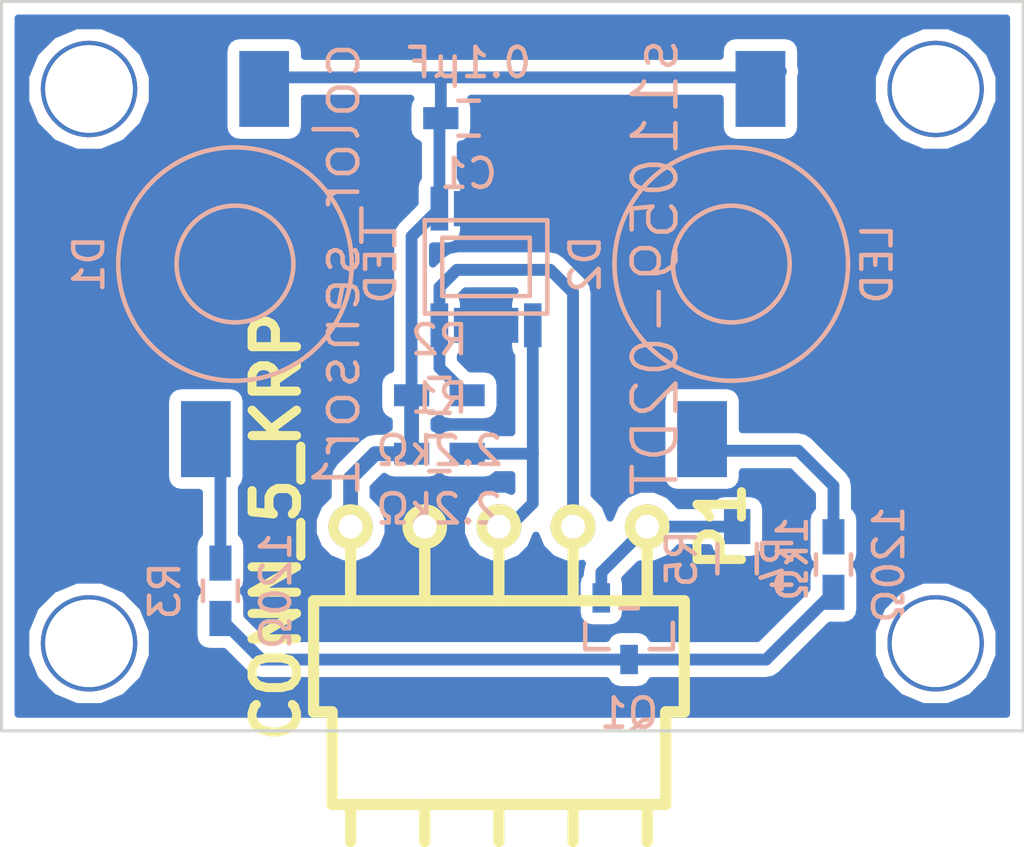
<source format=kicad_pcb>
(kicad_pcb (version 4) (host pcbnew "(2015-01-16 BZR 5376)-product")

  (general
    (links 60)
    (no_connects 4)
    (area 92.445999 58.445999 166.554002 141.239501)
    (thickness 1.6)
    (drawings 8)
    (tracks 100)
    (zones 0)
    (modules 22)
    (nets 9)
  )

  (page A4)
  (layers
    (0 F.Cu signal)
    (31 B.Cu signal)
    (32 B.Adhes user)
    (33 F.Adhes user)
    (34 B.Paste user)
    (35 F.Paste user)
    (36 B.SilkS user)
    (37 F.SilkS user)
    (38 B.Mask user)
    (39 F.Mask user)
    (40 Dwgs.User user)
    (41 Cmts.User user)
    (42 Eco1.User user)
    (43 Eco2.User user)
    (44 Edge.Cuts user)
    (45 Margin user)
    (46 B.CrtYd user)
    (47 F.CrtYd user)
    (48 B.Fab user)
    (49 F.Fab user)
  )

  (setup
    (last_trace_width 0.254)
    (user_trace_width 0.4)
    (user_trace_width 0.5)
    (trace_clearance 0.254)
    (zone_clearance 0.4)
    (zone_45_only no)
    (trace_min 0.254)
    (segment_width 0.2)
    (edge_width 0.1)
    (via_size 0.889)
    (via_drill 0.635)
    (via_min_size 0.889)
    (via_min_drill 0.508)
    (user_via 3.3 3)
    (uvia_size 0.508)
    (uvia_drill 0.127)
    (uvias_allowed no)
    (uvia_min_size 0.508)
    (uvia_min_drill 0.127)
    (pcb_text_width 0.3)
    (pcb_text_size 1.5 1.5)
    (mod_edge_width 0.15)
    (mod_text_size 1 1)
    (mod_text_width 0.15)
    (pad_size 1.2 0.6)
    (pad_drill 0)
    (pad_to_mask_clearance 0)
    (aux_axis_origin 0 0)
    (visible_elements 7FFFFFFF)
    (pcbplotparams
      (layerselection 0x00030_80000001)
      (usegerberextensions false)
      (excludeedgelayer true)
      (linewidth 0.100000)
      (plotframeref false)
      (viasonmask false)
      (mode 1)
      (useauxorigin false)
      (hpglpennumber 1)
      (hpglpenspeed 20)
      (hpglpendiameter 15)
      (hpglpenoverlay 2)
      (psnegative false)
      (psa4output false)
      (plotreference true)
      (plotvalue true)
      (plotinvisibletext false)
      (padsonsilk false)
      (subtractmaskfromsilk false)
      (outputformat 1)
      (mirror false)
      (drillshape 1)
      (scaleselection 1)
      (outputdirectory ""))
  )

  (net 0 "")
  (net 1 +3V3)
  (net 2 GND)
  (net 3 SCL)
  (net 4 SDA)
  (net 5 "Net-(D1-Pad1)")
  (net 6 "Net-(D2-Pad1)")
  (net 7 LED)
  (net 8 "Net-(Q1-Pad3)")

  (net_class Default "これは標準のネット クラスです。"
    (clearance 0.254)
    (trace_width 0.254)
    (via_dia 0.889)
    (via_drill 0.635)
    (uvia_dia 0.508)
    (uvia_drill 0.127)
    (add_net +3V3)
    (add_net GND)
    (add_net LED)
    (add_net "Net-(D1-Pad1)")
    (add_net "Net-(D2-Pad1)")
    (add_net "Net-(Q1-Pad3)")
    (add_net SCL)
    (add_net SDA)
  )

  (net_class スペーサ ""
    (clearance 0.254)
    (trace_width 0.254)
    (via_dia 3.3)
    (via_drill 0.635)
    (uvia_dia 0.508)
    (uvia_drill 0.127)
  )

  (module user_IC:LED_SMD (layer B.Cu) (tedit 567D532F) (tstamp 567D5676)
    (at 155 94 270)
    (path /56760418)
    (fp_text reference D2 (at 0 5 270) (layer B.SilkS)
      (effects (font (size 1 1) (thickness 0.15)) (justify mirror))
    )
    (fp_text value LED (at 0 -5 270) (layer B.SilkS)
      (effects (font (size 1 1) (thickness 0.15)) (justify mirror))
    )
    (fp_circle (center 0 0) (end -2 0) (layer B.SilkS) (width 0.15))
    (fp_circle (center 0 0) (end -4 0) (layer B.SilkS) (width 0.15))
    (pad 2 smd rect (at -6 -1 270) (size 2.6 1.7) (layers B.Cu B.Paste B.Mask)
      (net 1 +3V3))
    (pad 1 smd rect (at 6 1 270) (size 2.6 1.7) (layers B.Cu B.Paste B.Mask)
      (net 6 "Net-(D2-Pad1)"))
  )

  (module user_IC:LED_SMD (layer B.Cu) (tedit 567D532F) (tstamp 567D566F)
    (at 138 94 270)
    (path /567601DB)
    (fp_text reference D1 (at 0 5 270) (layer B.SilkS)
      (effects (font (size 1 1) (thickness 0.15)) (justify mirror))
    )
    (fp_text value LED (at 0 -5 270) (layer B.SilkS)
      (effects (font (size 1 1) (thickness 0.15)) (justify mirror))
    )
    (fp_circle (center 0 0) (end -2 0) (layer B.SilkS) (width 0.15))
    (fp_circle (center 0 0) (end -4 0) (layer B.SilkS) (width 0.15))
    (pad 2 smd rect (at -6 -1 270) (size 2.6 1.7) (layers B.Cu B.Paste B.Mask)
      (net 1 +3V3))
    (pad 1 smd rect (at 6 1 270) (size 2.6 1.7) (layers B.Cu B.Paste B.Mask)
      (net 5 "Net-(D1-Pad1)"))
  )

  (module user_IC:S11059-02DT (layer B.Cu) (tedit 567D4847) (tstamp 567D565A)
    (at 146.6 94.1 270)
    (path /5674E2CB)
    (fp_text reference color_sensor1 (at 0.1 5.1 270) (layer B.SilkS)
      (effects (font (size 1.5 1.5) (thickness 0.15)) (justify mirror))
    )
    (fp_text value s11059-02DT (at 0 -5.8 270) (layer B.SilkS)
      (effects (font (size 1.5 1.5) (thickness 0.15)) (justify mirror))
    )
    (fp_line (start -1 1.5) (end 1 1.5) (layer B.SilkS) (width 0.15))
    (fp_line (start 1 1.5) (end 1 -1.5) (layer B.SilkS) (width 0.15))
    (fp_line (start 1 -1.5) (end -1 -1.5) (layer B.SilkS) (width 0.15))
    (fp_line (start -1 -1.5) (end -1 1.5) (layer B.SilkS) (width 0.15))
    (fp_line (start -1.6 -2.1) (end 1.6 -2.1) (layer B.SilkS) (width 0.15))
    (fp_line (start -1.6 2.1) (end -1.6 -2.1) (layer B.SilkS) (width 0.15))
    (fp_line (start 1.6 2.1) (end 1.6 -2.1) (layer B.SilkS) (width 0.15))
    (fp_line (start -1.6 2.1) (end 1.6 2.1) (layer B.SilkS) (width 0.15))
    (pad 3 smd rect (at -2 0 270) (size 1.2 0.6) (layers B.Cu B.Paste B.Mask)
      (net 2 GND))
    (pad 2 smd rect (at -2 0.8 270) (size 1.2 0.6) (layers B.Cu B.Paste B.Mask)
      (net 2 GND))
    (pad 1 smd rect (at -2 1.6 270) (size 1.5 0.6) (layers B.Cu B.Paste B.Mask)
      (net 1 +3V3) (zone_connect 2))
    (pad 4 smd rect (at -2 -0.8 270) (size 1.2 0.6) (layers B.Cu B.Paste B.Mask)
      (net 2 GND))
    (pad 5 smd rect (at -2 -1.6 270) (size 1.5 0.6) (layers B.Cu B.Paste B.Mask)
      (net 2 GND))
    (pad 6 smd rect (at 2 1.6 270) (size 1.5 0.6) (layers B.Cu B.Paste B.Mask)
      (net 3 SCL))
    (pad 7 smd rect (at 2 0.8 270) (size 1.2 0.6) (layers B.Cu B.Paste B.Mask)
      (net 2 GND))
    (pad 8 smd rect (at 2 0 270) (size 1.2 0.6) (layers B.Cu B.Paste B.Mask)
      (net 2 GND))
    (pad 9 smd rect (at 2 -0.8 270) (size 1.2 0.6) (layers B.Cu B.Paste B.Mask)
      (net 2 GND))
    (pad 10 smd rect (at 2 -1.6 270) (size 1.5 0.6) (layers B.Cu B.Paste B.Mask)
      (net 4 SDA))
  )

  (module Resistors_SMD:R_0603_HandSoldering (layer B.Cu) (tedit 5418A00F) (tstamp 567D564F)
    (at 155.2 104.1 270)
    (descr "Resistor SMD 0603, hand soldering")
    (tags "resistor 0603")
    (path /567D3846)
    (attr smd)
    (fp_text reference R5 (at 0 1.9 270) (layer B.SilkS)
      (effects (font (size 1 1) (thickness 0.15)) (justify mirror))
    )
    (fp_text value 1kΩ (at 0 -1.9 270) (layer B.SilkS)
      (effects (font (size 1 1) (thickness 0.15)) (justify mirror))
    )
    (fp_line (start -2 0.8) (end 2 0.8) (layer B.CrtYd) (width 0.05))
    (fp_line (start -2 -0.8) (end 2 -0.8) (layer B.CrtYd) (width 0.05))
    (fp_line (start -2 0.8) (end -2 -0.8) (layer B.CrtYd) (width 0.05))
    (fp_line (start 2 0.8) (end 2 -0.8) (layer B.CrtYd) (width 0.05))
    (fp_line (start 0.5 -0.675) (end -0.5 -0.675) (layer B.SilkS) (width 0.15))
    (fp_line (start -0.5 0.675) (end 0.5 0.675) (layer B.SilkS) (width 0.15))
    (pad 1 smd rect (at -1.1 0 270) (size 1.2 0.9) (layers B.Cu B.Paste B.Mask)
      (net 7 LED))
    (pad 2 smd rect (at 1.1 0 270) (size 1.2 0.9) (layers B.Cu B.Paste B.Mask)
      (net 2 GND))
    (model Resistors_SMD/R_0603_HandSoldering.wrl
      (at (xyz 0 0 0))
      (scale (xyz 1 1 1))
      (rotate (xyz 0 0 0))
    )
  )

  (module user_IC:sot23_a (layer B.Cu) (tedit 56778BC6) (tstamp 567D5644)
    (at 151.5 106.5)
    (descr SOT23)
    (path /567791C1)
    (attr smd)
    (fp_text reference Q1 (at 0 2.9) (layer B.SilkS)
      (effects (font (size 1 1) (thickness 0.15)) (justify mirror))
    )
    (fp_text value Q_NMOS_GSD (at 0 -2.6) (layer B.SilkS) hide
      (effects (font (size 1 1) (thickness 0.15)) (justify mirror))
    )
    (fp_line (start -1.5 -0.2) (end -1.5 0.7) (layer B.SilkS) (width 0.15))
    (fp_line (start -1.5 0.7) (end -0.7 0.7) (layer B.SilkS) (width 0.15))
    (fp_line (start 1.5 -0.2) (end 1.5 0.7) (layer B.SilkS) (width 0.15))
    (fp_line (start 1.5 0.7) (end 0.7 0.7) (layer B.SilkS) (width 0.15))
    (fp_line (start 0.3 -0.7) (end -0.3 -0.7) (layer B.SilkS) (width 0.15))
    (pad 1 smd rect (at -0.9525 -1.05664) (size 0.59944 1.00076) (layers B.Cu B.Paste B.Mask)
      (net 7 LED))
    (pad 3 smd rect (at 0 1.05664) (size 0.59944 1.00076) (layers B.Cu B.Paste B.Mask)
      (net 8 "Net-(Q1-Pad3)"))
    (pad 2 smd rect (at 0.9525 -1.05664) (size 0.59944 1.00076) (layers B.Cu B.Paste B.Mask)
      (net 2 GND))
    (model Transistors_SMD/sot23.wrl
      (at (xyz 0 0 0))
      (scale (xyz 1 1 1))
      (rotate (xyz 0 0 0))
    )
  )

  (module KRL_CONN:white_L_conn_5 (layer F.Cu) (tedit 52B63D9A) (tstamp 567D5629)
    (at 144.5 103 270)
    (path /56778473)
    (fp_text reference P1 (at 0 -10.16 270) (layer F.SilkS)
      (effects (font (thickness 0.3048)))
    )
    (fp_text value CONN_5_KRP (at 0 5.08 270) (layer F.SilkS)
      (effects (font (thickness 0.3048)))
    )
    (fp_line (start 9.525 -7.62) (end 10.795 -7.62) (layer F.SilkS) (width 0.381))
    (fp_line (start 9.525 -5.08) (end 10.795 -5.08) (layer F.SilkS) (width 0.381))
    (fp_line (start 0 -7.62) (end 2.54 -7.62) (layer F.SilkS) (width 0.381))
    (fp_line (start 0 -5.08) (end 2.54 -5.08) (layer F.SilkS) (width 0.381))
    (fp_line (start 9.525 -8.255) (end 9.525 3.175) (layer F.SilkS) (width 0.381))
    (fp_line (start 6.35 -8.89) (end 6.35 -8.255) (layer F.SilkS) (width 0.381))
    (fp_line (start 6.35 -8.255) (end 9.525 -8.255) (layer F.SilkS) (width 0.381))
    (fp_line (start 2.54 3.81) (end 2.54 -8.89) (layer F.SilkS) (width 0.381))
    (fp_line (start 2.54 -8.89) (end 6.35 -8.89) (layer F.SilkS) (width 0.381))
    (fp_line (start 9.525 2.54) (end 10.795 2.54) (layer F.SilkS) (width 0.381))
    (fp_line (start 9.525 0) (end 10.795 0) (layer F.SilkS) (width 0.381))
    (fp_line (start 9.525 -2.54) (end 10.795 -2.54) (layer F.SilkS) (width 0.381))
    (fp_line (start 9.525 3.175) (end 6.35 3.175) (layer F.SilkS) (width 0.381))
    (fp_line (start 6.35 3.175) (end 6.35 3.81) (layer F.SilkS) (width 0.381))
    (fp_line (start 2.54 3.81) (end 5.08 3.81) (layer F.SilkS) (width 0.381))
    (fp_line (start 5.08 3.81) (end 6.35 3.81) (layer F.SilkS) (width 0.381))
    (fp_line (start 0 2.54) (end 2.54 2.54) (layer F.SilkS) (width 0.381))
    (fp_line (start 0 0) (end 2.54 0) (layer F.SilkS) (width 0.381))
    (fp_line (start 0 -2.54) (end 2.54 -2.54) (layer F.SilkS) (width 0.381))
    (pad 5 thru_hole circle (at 0 -7.62 270) (size 1.524 1.524) (drill 0.8128) (layers *.Cu *.Mask F.SilkS)
      (net 7 LED))
    (pad 3 thru_hole circle (at 0 -2.54 270) (size 1.524 1.524) (drill 0.8128) (layers *.Cu *.Mask F.SilkS)
      (net 4 SDA))
    (pad 1 thru_hole circle (at 0 2.54 270) (size 1.524 1.524) (drill 0.8128) (layers *.Cu *.Mask F.SilkS)
      (net 1 +3V3))
    (pad 2 thru_hole circle (at 0 0 270) (size 1.524 1.524) (drill 0.8128) (layers *.Cu *.Mask F.SilkS)
      (net 2 GND))
    (pad 4 thru_hole circle (at 0 -5.08 270) (size 1.524 1.524) (drill 0.8128) (layers *.Cu *.Mask F.SilkS)
      (net 3 SCL))
  )

  (module Capacitors_SMD:C_0603_HandSoldering (layer B.Cu) (tedit 541A9B4D) (tstamp 567D561E)
    (at 158.5 104.3 270)
    (descr "Capacitor SMD 0603, hand soldering")
    (tags "capacitor 0603")
    (path /56760412)
    (attr smd)
    (fp_text reference R4 (at 0 1.9 270) (layer B.SilkS)
      (effects (font (size 1 1) (thickness 0.15)) (justify mirror))
    )
    (fp_text value 120Ω (at 0 -1.9 270) (layer B.SilkS)
      (effects (font (size 1 1) (thickness 0.15)) (justify mirror))
    )
    (fp_line (start -1.85 0.75) (end 1.85 0.75) (layer B.CrtYd) (width 0.05))
    (fp_line (start -1.85 -0.75) (end 1.85 -0.75) (layer B.CrtYd) (width 0.05))
    (fp_line (start -1.85 0.75) (end -1.85 -0.75) (layer B.CrtYd) (width 0.05))
    (fp_line (start 1.85 0.75) (end 1.85 -0.75) (layer B.CrtYd) (width 0.05))
    (fp_line (start -0.35 0.6) (end 0.35 0.6) (layer B.SilkS) (width 0.15))
    (fp_line (start 0.35 -0.6) (end -0.35 -0.6) (layer B.SilkS) (width 0.15))
    (pad 1 smd rect (at -0.95 0 270) (size 1.2 0.75) (layers B.Cu B.Paste B.Mask)
      (net 6 "Net-(D2-Pad1)"))
    (pad 2 smd rect (at 0.95 0 270) (size 1.2 0.75) (layers B.Cu B.Paste B.Mask)
      (net 8 "Net-(Q1-Pad3)"))
    (model Capacitors_SMD/C_0603_HandSoldering.wrl
      (at (xyz 0 0 0))
      (scale (xyz 1 1 1))
      (rotate (xyz 0 0 0))
    )
  )

  (module Capacitors_SMD:C_0603_HandSoldering (layer B.Cu) (tedit 541A9B4D) (tstamp 567D5613)
    (at 137.5 105.2 270)
    (descr "Capacitor SMD 0603, hand soldering")
    (tags "capacitor 0603")
    (path /56760177)
    (attr smd)
    (fp_text reference R3 (at 0 1.9 270) (layer B.SilkS)
      (effects (font (size 1 1) (thickness 0.15)) (justify mirror))
    )
    (fp_text value 120Ω (at 0 -1.9 270) (layer B.SilkS)
      (effects (font (size 1 1) (thickness 0.15)) (justify mirror))
    )
    (fp_line (start -1.85 0.75) (end 1.85 0.75) (layer B.CrtYd) (width 0.05))
    (fp_line (start -1.85 -0.75) (end 1.85 -0.75) (layer B.CrtYd) (width 0.05))
    (fp_line (start -1.85 0.75) (end -1.85 -0.75) (layer B.CrtYd) (width 0.05))
    (fp_line (start 1.85 0.75) (end 1.85 -0.75) (layer B.CrtYd) (width 0.05))
    (fp_line (start -0.35 0.6) (end 0.35 0.6) (layer B.SilkS) (width 0.15))
    (fp_line (start 0.35 -0.6) (end -0.35 -0.6) (layer B.SilkS) (width 0.15))
    (pad 1 smd rect (at -0.95 0 270) (size 1.2 0.75) (layers B.Cu B.Paste B.Mask)
      (net 5 "Net-(D1-Pad1)"))
    (pad 2 smd rect (at 0.95 0 270) (size 1.2 0.75) (layers B.Cu B.Paste B.Mask)
      (net 8 "Net-(Q1-Pad3)"))
    (model Capacitors_SMD/C_0603_HandSoldering.wrl
      (at (xyz 0 0 0))
      (scale (xyz 1 1 1))
      (rotate (xyz 0 0 0))
    )
  )

  (module Capacitors_SMD:C_0603_HandSoldering (layer B.Cu) (tedit 541A9B4D) (tstamp 567D5608)
    (at 145 98.5 180)
    (descr "Capacitor SMD 0603, hand soldering")
    (tags "capacitor 0603")
    (path /5674E309)
    (attr smd)
    (fp_text reference R2 (at 0 1.9 180) (layer B.SilkS)
      (effects (font (size 1 1) (thickness 0.15)) (justify mirror))
    )
    (fp_text value 2.2kΩ (at 0 -1.9 180) (layer B.SilkS)
      (effects (font (size 1 1) (thickness 0.15)) (justify mirror))
    )
    (fp_line (start -1.85 0.75) (end 1.85 0.75) (layer B.CrtYd) (width 0.05))
    (fp_line (start -1.85 -0.75) (end 1.85 -0.75) (layer B.CrtYd) (width 0.05))
    (fp_line (start -1.85 0.75) (end -1.85 -0.75) (layer B.CrtYd) (width 0.05))
    (fp_line (start 1.85 0.75) (end 1.85 -0.75) (layer B.CrtYd) (width 0.05))
    (fp_line (start -0.35 0.6) (end 0.35 0.6) (layer B.SilkS) (width 0.15))
    (fp_line (start 0.35 -0.6) (end -0.35 -0.6) (layer B.SilkS) (width 0.15))
    (pad 1 smd rect (at -0.95 0 180) (size 1.2 0.75) (layers B.Cu B.Paste B.Mask)
      (net 3 SCL))
    (pad 2 smd rect (at 0.95 0 180) (size 1.2 0.75) (layers B.Cu B.Paste B.Mask)
      (net 1 +3V3))
    (model Capacitors_SMD/C_0603_HandSoldering.wrl
      (at (xyz 0 0 0))
      (scale (xyz 1 1 1))
      (rotate (xyz 0 0 0))
    )
  )

  (module Capacitors_SMD:C_0603_HandSoldering (layer B.Cu) (tedit 541A9B4D) (tstamp 567D55FD)
    (at 145 100.5 180)
    (descr "Capacitor SMD 0603, hand soldering")
    (tags "capacitor 0603")
    (path /5674E387)
    (attr smd)
    (fp_text reference R1 (at 0 1.9 180) (layer B.SilkS)
      (effects (font (size 1 1) (thickness 0.15)) (justify mirror))
    )
    (fp_text value 2.2kΩ (at 0 -1.9 180) (layer B.SilkS)
      (effects (font (size 1 1) (thickness 0.15)) (justify mirror))
    )
    (fp_line (start -1.85 0.75) (end 1.85 0.75) (layer B.CrtYd) (width 0.05))
    (fp_line (start -1.85 -0.75) (end 1.85 -0.75) (layer B.CrtYd) (width 0.05))
    (fp_line (start -1.85 0.75) (end -1.85 -0.75) (layer B.CrtYd) (width 0.05))
    (fp_line (start 1.85 0.75) (end 1.85 -0.75) (layer B.CrtYd) (width 0.05))
    (fp_line (start -0.35 0.6) (end 0.35 0.6) (layer B.SilkS) (width 0.15))
    (fp_line (start 0.35 -0.6) (end -0.35 -0.6) (layer B.SilkS) (width 0.15))
    (pad 1 smd rect (at -0.95 0 180) (size 1.2 0.75) (layers B.Cu B.Paste B.Mask)
      (net 4 SDA))
    (pad 2 smd rect (at 0.95 0 180) (size 1.2 0.75) (layers B.Cu B.Paste B.Mask)
      (net 1 +3V3))
    (model Capacitors_SMD/C_0603_HandSoldering.wrl
      (at (xyz 0 0 0))
      (scale (xyz 1 1 1))
      (rotate (xyz 0 0 0))
    )
  )

  (module Capacitors_SMD:C_0603_HandSoldering (layer B.Cu) (tedit 541A9B4D) (tstamp 567D55F2)
    (at 146 89)
    (descr "Capacitor SMD 0603, hand soldering")
    (tags "capacitor 0603")
    (path /5674E3E5)
    (attr smd)
    (fp_text reference C1 (at 0 1.9) (layer B.SilkS)
      (effects (font (size 1 1) (thickness 0.15)) (justify mirror))
    )
    (fp_text value 0.1μF (at 0 -1.9) (layer B.SilkS)
      (effects (font (size 1 1) (thickness 0.15)) (justify mirror))
    )
    (fp_line (start -1.85 0.75) (end 1.85 0.75) (layer B.CrtYd) (width 0.05))
    (fp_line (start -1.85 -0.75) (end 1.85 -0.75) (layer B.CrtYd) (width 0.05))
    (fp_line (start -1.85 0.75) (end -1.85 -0.75) (layer B.CrtYd) (width 0.05))
    (fp_line (start 1.85 0.75) (end 1.85 -0.75) (layer B.CrtYd) (width 0.05))
    (fp_line (start -0.35 0.6) (end 0.35 0.6) (layer B.SilkS) (width 0.15))
    (fp_line (start 0.35 -0.6) (end -0.35 -0.6) (layer B.SilkS) (width 0.15))
    (pad 1 smd rect (at -0.95 0) (size 1.2 0.75) (layers B.Cu B.Paste B.Mask)
      (net 1 +3V3))
    (pad 2 smd rect (at 0.95 0) (size 1.2 0.75) (layers B.Cu B.Paste B.Mask)
      (net 2 GND))
    (model Capacitors_SMD/C_0603_HandSoldering.wrl
      (at (xyz 0 0 0))
      (scale (xyz 1 1 1))
      (rotate (xyz 0 0 0))
    )
  )

  (module Capacitors_SMD:C_0603_HandSoldering (layer B.Cu) (tedit 541A9B4D) (tstamp 56777B07)
    (at 146 89)
    (descr "Capacitor SMD 0603, hand soldering")
    (tags "capacitor 0603")
    (path /5674E3E5)
    (attr smd)
    (fp_text reference C1 (at 0 1.9) (layer B.SilkS)
      (effects (font (size 1 1) (thickness 0.15)) (justify mirror))
    )
    (fp_text value 0.1μF (at 0 -1.9) (layer B.SilkS)
      (effects (font (size 1 1) (thickness 0.15)) (justify mirror))
    )
    (fp_line (start -1.85 0.75) (end 1.85 0.75) (layer B.CrtYd) (width 0.05))
    (fp_line (start -1.85 -0.75) (end 1.85 -0.75) (layer B.CrtYd) (width 0.05))
    (fp_line (start -1.85 0.75) (end -1.85 -0.75) (layer B.CrtYd) (width 0.05))
    (fp_line (start 1.85 0.75) (end 1.85 -0.75) (layer B.CrtYd) (width 0.05))
    (fp_line (start -0.35 0.6) (end 0.35 0.6) (layer B.SilkS) (width 0.15))
    (fp_line (start 0.35 -0.6) (end -0.35 -0.6) (layer B.SilkS) (width 0.15))
    (pad 1 smd rect (at -0.95 0) (size 1.2 0.75) (layers B.Cu B.Paste B.Mask)
      (net 1 +3V3))
    (pad 2 smd rect (at 0.95 0) (size 1.2 0.75) (layers B.Cu B.Paste B.Mask)
      (net 2 GND))
    (model Capacitors_SMD/C_0603_HandSoldering.wrl
      (at (xyz 0 0 0))
      (scale (xyz 1 1 1))
      (rotate (xyz 0 0 0))
    )
  )

  (module Capacitors_SMD:C_0603_HandSoldering (layer B.Cu) (tedit 541A9B4D) (tstamp 56777B2A)
    (at 145 100.5 180)
    (descr "Capacitor SMD 0603, hand soldering")
    (tags "capacitor 0603")
    (path /5674E387)
    (attr smd)
    (fp_text reference R1 (at 0 1.9 180) (layer B.SilkS)
      (effects (font (size 1 1) (thickness 0.15)) (justify mirror))
    )
    (fp_text value 2.2kΩ (at 0 -1.9 180) (layer B.SilkS)
      (effects (font (size 1 1) (thickness 0.15)) (justify mirror))
    )
    (fp_line (start -1.85 0.75) (end 1.85 0.75) (layer B.CrtYd) (width 0.05))
    (fp_line (start -1.85 -0.75) (end 1.85 -0.75) (layer B.CrtYd) (width 0.05))
    (fp_line (start -1.85 0.75) (end -1.85 -0.75) (layer B.CrtYd) (width 0.05))
    (fp_line (start 1.85 0.75) (end 1.85 -0.75) (layer B.CrtYd) (width 0.05))
    (fp_line (start -0.35 0.6) (end 0.35 0.6) (layer B.SilkS) (width 0.15))
    (fp_line (start 0.35 -0.6) (end -0.35 -0.6) (layer B.SilkS) (width 0.15))
    (pad 1 smd rect (at -0.95 0 180) (size 1.2 0.75) (layers B.Cu B.Paste B.Mask)
      (net 4 SDA))
    (pad 2 smd rect (at 0.95 0 180) (size 1.2 0.75) (layers B.Cu B.Paste B.Mask)
      (net 1 +3V3))
    (model Capacitors_SMD/C_0603_HandSoldering.wrl
      (at (xyz 0 0 0))
      (scale (xyz 1 1 1))
      (rotate (xyz 0 0 0))
    )
  )

  (module Capacitors_SMD:C_0603_HandSoldering (layer B.Cu) (tedit 541A9B4D) (tstamp 56777B36)
    (at 145 98.5 180)
    (descr "Capacitor SMD 0603, hand soldering")
    (tags "capacitor 0603")
    (path /5674E309)
    (attr smd)
    (fp_text reference R2 (at 0 1.9 180) (layer B.SilkS)
      (effects (font (size 1 1) (thickness 0.15)) (justify mirror))
    )
    (fp_text value 2.2kΩ (at 0 -1.9 180) (layer B.SilkS)
      (effects (font (size 1 1) (thickness 0.15)) (justify mirror))
    )
    (fp_line (start -1.85 0.75) (end 1.85 0.75) (layer B.CrtYd) (width 0.05))
    (fp_line (start -1.85 -0.75) (end 1.85 -0.75) (layer B.CrtYd) (width 0.05))
    (fp_line (start -1.85 0.75) (end -1.85 -0.75) (layer B.CrtYd) (width 0.05))
    (fp_line (start 1.85 0.75) (end 1.85 -0.75) (layer B.CrtYd) (width 0.05))
    (fp_line (start -0.35 0.6) (end 0.35 0.6) (layer B.SilkS) (width 0.15))
    (fp_line (start 0.35 -0.6) (end -0.35 -0.6) (layer B.SilkS) (width 0.15))
    (pad 1 smd rect (at -0.95 0 180) (size 1.2 0.75) (layers B.Cu B.Paste B.Mask)
      (net 3 SCL))
    (pad 2 smd rect (at 0.95 0 180) (size 1.2 0.75) (layers B.Cu B.Paste B.Mask)
      (net 1 +3V3))
    (model Capacitors_SMD/C_0603_HandSoldering.wrl
      (at (xyz 0 0 0))
      (scale (xyz 1 1 1))
      (rotate (xyz 0 0 0))
    )
  )

  (module Capacitors_SMD:C_0603_HandSoldering (layer B.Cu) (tedit 541A9B4D) (tstamp 56777B42)
    (at 137.5 105.2 270)
    (descr "Capacitor SMD 0603, hand soldering")
    (tags "capacitor 0603")
    (path /56760177)
    (attr smd)
    (fp_text reference R3 (at 0 1.9 270) (layer B.SilkS)
      (effects (font (size 1 1) (thickness 0.15)) (justify mirror))
    )
    (fp_text value 120Ω (at 0 -1.9 270) (layer B.SilkS)
      (effects (font (size 1 1) (thickness 0.15)) (justify mirror))
    )
    (fp_line (start -1.85 0.75) (end 1.85 0.75) (layer B.CrtYd) (width 0.05))
    (fp_line (start -1.85 -0.75) (end 1.85 -0.75) (layer B.CrtYd) (width 0.05))
    (fp_line (start -1.85 0.75) (end -1.85 -0.75) (layer B.CrtYd) (width 0.05))
    (fp_line (start 1.85 0.75) (end 1.85 -0.75) (layer B.CrtYd) (width 0.05))
    (fp_line (start -0.35 0.6) (end 0.35 0.6) (layer B.SilkS) (width 0.15))
    (fp_line (start 0.35 -0.6) (end -0.35 -0.6) (layer B.SilkS) (width 0.15))
    (pad 1 smd rect (at -0.95 0 270) (size 1.2 0.75) (layers B.Cu B.Paste B.Mask)
      (net 5 "Net-(D1-Pad1)"))
    (pad 2 smd rect (at 0.95 0 270) (size 1.2 0.75) (layers B.Cu B.Paste B.Mask)
      (net 8 "Net-(Q1-Pad3)"))
    (model Capacitors_SMD/C_0603_HandSoldering.wrl
      (at (xyz 0 0 0))
      (scale (xyz 1 1 1))
      (rotate (xyz 0 0 0))
    )
  )

  (module Capacitors_SMD:C_0603_HandSoldering (layer B.Cu) (tedit 541A9B4D) (tstamp 56777B4E)
    (at 158.5 104.3 270)
    (descr "Capacitor SMD 0603, hand soldering")
    (tags "capacitor 0603")
    (path /56760412)
    (attr smd)
    (fp_text reference R4 (at 0 1.9 270) (layer B.SilkS)
      (effects (font (size 1 1) (thickness 0.15)) (justify mirror))
    )
    (fp_text value 120Ω (at 0 -1.9 270) (layer B.SilkS)
      (effects (font (size 1 1) (thickness 0.15)) (justify mirror))
    )
    (fp_line (start -1.85 0.75) (end 1.85 0.75) (layer B.CrtYd) (width 0.05))
    (fp_line (start -1.85 -0.75) (end 1.85 -0.75) (layer B.CrtYd) (width 0.05))
    (fp_line (start -1.85 0.75) (end -1.85 -0.75) (layer B.CrtYd) (width 0.05))
    (fp_line (start 1.85 0.75) (end 1.85 -0.75) (layer B.CrtYd) (width 0.05))
    (fp_line (start -0.35 0.6) (end 0.35 0.6) (layer B.SilkS) (width 0.15))
    (fp_line (start 0.35 -0.6) (end -0.35 -0.6) (layer B.SilkS) (width 0.15))
    (pad 1 smd rect (at -0.95 0 270) (size 1.2 0.75) (layers B.Cu B.Paste B.Mask)
      (net 6 "Net-(D2-Pad1)"))
    (pad 2 smd rect (at 0.95 0 270) (size 1.2 0.75) (layers B.Cu B.Paste B.Mask)
      (net 8 "Net-(Q1-Pad3)"))
    (model Capacitors_SMD/C_0603_HandSoldering.wrl
      (at (xyz 0 0 0))
      (scale (xyz 1 1 1))
      (rotate (xyz 0 0 0))
    )
  )

  (module KRL_CONN:white_L_conn_5 (layer F.Cu) (tedit 52B63D9A) (tstamp 56778AEF)
    (at 144.5 103 270)
    (path /56778473)
    (fp_text reference P1 (at 0 -10.16 270) (layer F.SilkS)
      (effects (font (thickness 0.3048)))
    )
    (fp_text value CONN_5_KRP (at 0 5.08 270) (layer F.SilkS)
      (effects (font (thickness 0.3048)))
    )
    (fp_line (start 9.525 -7.62) (end 10.795 -7.62) (layer F.SilkS) (width 0.381))
    (fp_line (start 9.525 -5.08) (end 10.795 -5.08) (layer F.SilkS) (width 0.381))
    (fp_line (start 0 -7.62) (end 2.54 -7.62) (layer F.SilkS) (width 0.381))
    (fp_line (start 0 -5.08) (end 2.54 -5.08) (layer F.SilkS) (width 0.381))
    (fp_line (start 9.525 -8.255) (end 9.525 3.175) (layer F.SilkS) (width 0.381))
    (fp_line (start 6.35 -8.89) (end 6.35 -8.255) (layer F.SilkS) (width 0.381))
    (fp_line (start 6.35 -8.255) (end 9.525 -8.255) (layer F.SilkS) (width 0.381))
    (fp_line (start 2.54 3.81) (end 2.54 -8.89) (layer F.SilkS) (width 0.381))
    (fp_line (start 2.54 -8.89) (end 6.35 -8.89) (layer F.SilkS) (width 0.381))
    (fp_line (start 9.525 2.54) (end 10.795 2.54) (layer F.SilkS) (width 0.381))
    (fp_line (start 9.525 0) (end 10.795 0) (layer F.SilkS) (width 0.381))
    (fp_line (start 9.525 -2.54) (end 10.795 -2.54) (layer F.SilkS) (width 0.381))
    (fp_line (start 9.525 3.175) (end 6.35 3.175) (layer F.SilkS) (width 0.381))
    (fp_line (start 6.35 3.175) (end 6.35 3.81) (layer F.SilkS) (width 0.381))
    (fp_line (start 2.54 3.81) (end 5.08 3.81) (layer F.SilkS) (width 0.381))
    (fp_line (start 5.08 3.81) (end 6.35 3.81) (layer F.SilkS) (width 0.381))
    (fp_line (start 0 2.54) (end 2.54 2.54) (layer F.SilkS) (width 0.381))
    (fp_line (start 0 0) (end 2.54 0) (layer F.SilkS) (width 0.381))
    (fp_line (start 0 -2.54) (end 2.54 -2.54) (layer F.SilkS) (width 0.381))
    (pad 5 thru_hole circle (at 0 -7.62 270) (size 1.524 1.524) (drill 0.8128) (layers *.Cu *.Mask F.SilkS)
      (net 7 LED))
    (pad 3 thru_hole circle (at 0 -2.54 270) (size 1.524 1.524) (drill 0.8128) (layers *.Cu *.Mask F.SilkS)
      (net 4 SDA))
    (pad 1 thru_hole circle (at 0 2.54 270) (size 1.524 1.524) (drill 0.8128) (layers *.Cu *.Mask F.SilkS)
      (net 1 +3V3))
    (pad 2 thru_hole circle (at 0 0 270) (size 1.524 1.524) (drill 0.8128) (layers *.Cu *.Mask F.SilkS)
      (net 2 GND))
    (pad 4 thru_hole circle (at 0 -5.08 270) (size 1.524 1.524) (drill 0.8128) (layers *.Cu *.Mask F.SilkS)
      (net 3 SCL))
  )

  (module user_IC:sot23_a (layer B.Cu) (tedit 56778BC6) (tstamp 567A5179)
    (at 151.5 106.5)
    (descr SOT23)
    (path /567791C1)
    (attr smd)
    (fp_text reference Q1 (at 0 2.9) (layer B.SilkS)
      (effects (font (size 1 1) (thickness 0.15)) (justify mirror))
    )
    (fp_text value Q_NMOS_GSD (at 0 -2.6) (layer B.SilkS) hide
      (effects (font (size 1 1) (thickness 0.15)) (justify mirror))
    )
    (fp_line (start -1.5 -0.2) (end -1.5 0.7) (layer B.SilkS) (width 0.15))
    (fp_line (start -1.5 0.7) (end -0.7 0.7) (layer B.SilkS) (width 0.15))
    (fp_line (start 1.5 -0.2) (end 1.5 0.7) (layer B.SilkS) (width 0.15))
    (fp_line (start 1.5 0.7) (end 0.7 0.7) (layer B.SilkS) (width 0.15))
    (fp_line (start 0.3 -0.7) (end -0.3 -0.7) (layer B.SilkS) (width 0.15))
    (pad 1 smd rect (at -0.9525 -1.05664) (size 0.59944 1.00076) (layers B.Cu B.Paste B.Mask)
      (net 7 LED))
    (pad 3 smd rect (at 0 1.05664) (size 0.59944 1.00076) (layers B.Cu B.Paste B.Mask)
      (net 8 "Net-(Q1-Pad3)"))
    (pad 2 smd rect (at 0.9525 -1.05664) (size 0.59944 1.00076) (layers B.Cu B.Paste B.Mask)
      (net 2 GND))
    (model Transistors_SMD/sot23.wrl
      (at (xyz 0 0 0))
      (scale (xyz 1 1 1))
      (rotate (xyz 0 0 0))
    )
  )

  (module Resistors_SMD:R_0603_HandSoldering (layer B.Cu) (tedit 5418A00F) (tstamp 567D3EE2)
    (at 155.2 104.1 270)
    (descr "Resistor SMD 0603, hand soldering")
    (tags "resistor 0603")
    (path /567D3846)
    (attr smd)
    (fp_text reference R5 (at 0 1.9 270) (layer B.SilkS)
      (effects (font (size 1 1) (thickness 0.15)) (justify mirror))
    )
    (fp_text value 1kΩ (at 0 -1.9 270) (layer B.SilkS)
      (effects (font (size 1 1) (thickness 0.15)) (justify mirror))
    )
    (fp_line (start -2 0.8) (end 2 0.8) (layer B.CrtYd) (width 0.05))
    (fp_line (start -2 -0.8) (end 2 -0.8) (layer B.CrtYd) (width 0.05))
    (fp_line (start -2 0.8) (end -2 -0.8) (layer B.CrtYd) (width 0.05))
    (fp_line (start 2 0.8) (end 2 -0.8) (layer B.CrtYd) (width 0.05))
    (fp_line (start 0.5 -0.675) (end -0.5 -0.675) (layer B.SilkS) (width 0.15))
    (fp_line (start -0.5 0.675) (end 0.5 0.675) (layer B.SilkS) (width 0.15))
    (pad 1 smd rect (at -1.1 0 270) (size 1.2 0.9) (layers B.Cu B.Paste B.Mask)
      (net 7 LED))
    (pad 2 smd rect (at 1.1 0 270) (size 1.2 0.9) (layers B.Cu B.Paste B.Mask)
      (net 2 GND))
    (model Resistors_SMD/R_0603_HandSoldering.wrl
      (at (xyz 0 0 0))
      (scale (xyz 1 1 1))
      (rotate (xyz 0 0 0))
    )
  )

  (module user_IC:S11059-02DT (layer B.Cu) (tedit 567D4847) (tstamp 567D4E31)
    (at 146.6 94.1 270)
    (path /5674E2CB)
    (fp_text reference color_sensor1 (at 0.1 5.1 270) (layer B.SilkS)
      (effects (font (size 1.5 1.5) (thickness 0.15)) (justify mirror))
    )
    (fp_text value s11059-02DT (at 0 -5.8 270) (layer B.SilkS)
      (effects (font (size 1.5 1.5) (thickness 0.15)) (justify mirror))
    )
    (fp_line (start -1 1.5) (end 1 1.5) (layer B.SilkS) (width 0.15))
    (fp_line (start 1 1.5) (end 1 -1.5) (layer B.SilkS) (width 0.15))
    (fp_line (start 1 -1.5) (end -1 -1.5) (layer B.SilkS) (width 0.15))
    (fp_line (start -1 -1.5) (end -1 1.5) (layer B.SilkS) (width 0.15))
    (fp_line (start -1.6 -2.1) (end 1.6 -2.1) (layer B.SilkS) (width 0.15))
    (fp_line (start -1.6 2.1) (end -1.6 -2.1) (layer B.SilkS) (width 0.15))
    (fp_line (start 1.6 2.1) (end 1.6 -2.1) (layer B.SilkS) (width 0.15))
    (fp_line (start -1.6 2.1) (end 1.6 2.1) (layer B.SilkS) (width 0.15))
    (pad 3 smd rect (at -2 0 270) (size 1.2 0.6) (layers B.Cu B.Paste B.Mask)
      (net 2 GND))
    (pad 2 smd rect (at -2 0.8 270) (size 1.2 0.6) (layers B.Cu B.Paste B.Mask)
      (net 2 GND))
    (pad 1 smd rect (at -2 1.6 270) (size 1.5 0.6) (layers B.Cu B.Paste B.Mask)
      (net 1 +3V3) (zone_connect 2))
    (pad 4 smd rect (at -2 -0.8 270) (size 1.2 0.6) (layers B.Cu B.Paste B.Mask)
      (net 2 GND))
    (pad 5 smd rect (at -2 -1.6 270) (size 1.5 0.6) (layers B.Cu B.Paste B.Mask)
      (net 2 GND))
    (pad 6 smd rect (at 2 1.6 270) (size 1.5 0.6) (layers B.Cu B.Paste B.Mask)
      (net 3 SCL))
    (pad 7 smd rect (at 2 0.8 270) (size 1.2 0.6) (layers B.Cu B.Paste B.Mask)
      (net 2 GND))
    (pad 8 smd rect (at 2 0 270) (size 1.2 0.6) (layers B.Cu B.Paste B.Mask)
      (net 2 GND))
    (pad 9 smd rect (at 2 -0.8 270) (size 1.2 0.6) (layers B.Cu B.Paste B.Mask)
      (net 2 GND))
    (pad 10 smd rect (at 2 -1.6 270) (size 1.5 0.6) (layers B.Cu B.Paste B.Mask)
      (net 4 SDA))
  )

  (module user_IC:LED_SMD (layer B.Cu) (tedit 567D532F) (tstamp 567D55CF)
    (at 138 94 270)
    (path /567601DB)
    (fp_text reference D1 (at 0 5 270) (layer B.SilkS)
      (effects (font (size 1 1) (thickness 0.15)) (justify mirror))
    )
    (fp_text value LED (at 0 -5 270) (layer B.SilkS)
      (effects (font (size 1 1) (thickness 0.15)) (justify mirror))
    )
    (fp_circle (center 0 0) (end -2 0) (layer B.SilkS) (width 0.15))
    (fp_circle (center 0 0) (end -4 0) (layer B.SilkS) (width 0.15))
    (pad 2 smd rect (at -6 -1 270) (size 2.6 1.7) (layers B.Cu B.Paste B.Mask)
      (net 1 +3V3))
    (pad 1 smd rect (at 6 1 270) (size 2.6 1.7) (layers B.Cu B.Paste B.Mask)
      (net 5 "Net-(D1-Pad1)"))
  )

  (module user_IC:LED_SMD (layer B.Cu) (tedit 567D532F) (tstamp 567D55D7)
    (at 155 94 270)
    (path /56760418)
    (fp_text reference D2 (at 0 5 270) (layer B.SilkS)
      (effects (font (size 1 1) (thickness 0.15)) (justify mirror))
    )
    (fp_text value LED (at 0 -5 270) (layer B.SilkS)
      (effects (font (size 1 1) (thickness 0.15)) (justify mirror))
    )
    (fp_circle (center 0 0) (end -2 0) (layer B.SilkS) (width 0.15))
    (fp_circle (center 0 0) (end -4 0) (layer B.SilkS) (width 0.15))
    (pad 2 smd rect (at -6 -1 270) (size 2.6 1.7) (layers B.Cu B.Paste B.Mask)
      (net 1 +3V3))
    (pad 1 smd rect (at 6 1 270) (size 2.6 1.7) (layers B.Cu B.Paste B.Mask)
      (net 6 "Net-(D2-Pad1)"))
  )

  (gr_line (start 130 85) (end 165 85) (angle 90) (layer Edge.Cuts) (width 0.1) (tstamp 567D56B2))
  (gr_line (start 165 85) (end 165 110) (angle 90) (layer Edge.Cuts) (width 0.1) (tstamp 567D56B1))
  (gr_line (start 165 110) (end 130 110) (angle 90) (layer Edge.Cuts) (width 0.1) (tstamp 567D56B0))
  (gr_line (start 130 110) (end 130 85) (angle 90) (layer Edge.Cuts) (width 0.1) (tstamp 567D56AF))
  (gr_line (start 130 110) (end 130 85) (angle 90) (layer Edge.Cuts) (width 0.1))
  (gr_line (start 165 110) (end 130 110) (angle 90) (layer Edge.Cuts) (width 0.1))
  (gr_line (start 165 85) (end 165 110) (angle 90) (layer Edge.Cuts) (width 0.1))
  (gr_line (start 130 85) (end 165 85) (angle 90) (layer Edge.Cuts) (width 0.1))

  (via (at 133 107) (size 3.3) (drill 3) (layers F.Cu B.Cu) (net 0) (tstamp 567D5680))
  (via (at 162 107) (size 3.3) (drill 3) (layers F.Cu B.Cu) (net 0) (tstamp 567D567F))
  (via (at 162 88) (size 3.3) (drill 3) (layers F.Cu B.Cu) (net 0) (tstamp 567D567E))
  (via (at 133 88) (size 3.3) (drill 3) (layers F.Cu B.Cu) (net 0) (tstamp 567D567D))
  (via (at 133 88) (size 3.3) (drill 3) (layers F.Cu B.Cu) (net 0))
  (via (at 162 88) (size 3.3) (drill 3) (layers F.Cu B.Cu) (net 0))
  (via (at 162 107) (size 3.3) (drill 3) (layers F.Cu B.Cu) (net 0))
  (via (at 133 107) (size 3.3) (drill 3) (layers F.Cu B.Cu) (net 0))
  (segment (start 139.2 87.6) (end 145 87.6) (width 0.4) (layer B.Cu) (net 1) (tstamp 567D5690))
  (segment (start 145.05 89) (end 145.05 87.6) (width 0.4) (layer B.Cu) (net 1) (tstamp 567D568F))
  (segment (start 145 87.7) (end 145 87.6) (width 0.4) (layer B.Cu) (net 1) (tstamp 567D568E))
  (segment (start 145 87.65) (end 145 87.7) (width 0.4) (layer B.Cu) (net 1) (tstamp 567D568D))
  (segment (start 145.05 87.6) (end 145 87.65) (width 0.4) (layer B.Cu) (net 1) (tstamp 567D568C))
  (segment (start 145 92.1) (end 145 89.05) (width 0.4) (layer B.Cu) (net 1) (tstamp 567D568B))
  (segment (start 145 89.05) (end 145.05 89) (width 0.4) (layer B.Cu) (net 1) (tstamp 567D568A))
  (segment (start 144.05 98.5) (end 144.05 93.05) (width 0.4) (layer B.Cu) (net 1) (tstamp 567D5689))
  (segment (start 144.05 93.05) (end 145 92.1) (width 0.4) (layer B.Cu) (net 1) (tstamp 567D5688))
  (segment (start 144.05 98.5) (end 144.05 100.5) (width 0.5) (layer B.Cu) (net 1) (tstamp 567D5687))
  (segment (start 141.96 103) (end 141.96 101.34) (width 0.5) (layer B.Cu) (net 1) (tstamp 567D5686))
  (segment (start 141.96 101.34) (end 142.8 100.5) (width 0.5) (layer B.Cu) (net 1) (tstamp 567D5685))
  (segment (start 142.8 100.5) (end 144.05 100.5) (width 0.5) (layer B.Cu) (net 1) (tstamp 567D5684))
  (segment (start 145.05 89) (end 145.05 88.95) (width 0.254) (layer B.Cu) (net 1) (tstamp 567D5683))
  (segment (start 145 87.6) (end 156.5 87.6) (width 0.4) (layer B.Cu) (net 1) (tstamp 567D5682))
  (segment (start 156.5 87.6) (end 156.7 87.4) (width 0.4) (layer B.Cu) (net 1) (tstamp 567D5681))
  (segment (start 156.5 87.6) (end 156.7 87.4) (width 0.4) (layer B.Cu) (net 1) (tstamp 567D4EFD))
  (segment (start 145 87.6) (end 156.5 87.6) (width 0.4) (layer B.Cu) (net 1) (tstamp 567D4F03))
  (segment (start 145.05 89) (end 145.05 88.95) (width 0.254) (layer B.Cu) (net 1))
  (segment (start 142.8 100.5) (end 144.05 100.5) (width 0.5) (layer B.Cu) (net 1) (tstamp 567D4528))
  (segment (start 141.96 101.34) (end 142.8 100.5) (width 0.5) (layer B.Cu) (net 1) (tstamp 567D4527))
  (segment (start 141.96 103) (end 141.96 101.34) (width 0.5) (layer B.Cu) (net 1))
  (segment (start 144.05 98.5) (end 144.05 100.5) (width 0.5) (layer B.Cu) (net 1))
  (segment (start 144.05 93.05) (end 145 92.1) (width 0.4) (layer B.Cu) (net 1) (tstamp 567D4EF6))
  (segment (start 144.05 98.5) (end 144.05 93.05) (width 0.4) (layer B.Cu) (net 1))
  (segment (start 145 89.05) (end 145.05 89) (width 0.4) (layer B.Cu) (net 1) (tstamp 567D4EF9))
  (segment (start 145 92.1) (end 145 89.05) (width 0.4) (layer B.Cu) (net 1))
  (segment (start 145.05 87.6) (end 145 87.65) (width 0.4) (layer B.Cu) (net 1) (tstamp 567D4F00))
  (segment (start 145 87.65) (end 145 87.7) (width 0.4) (layer B.Cu) (net 1) (tstamp 567D4F01))
  (segment (start 145 87.7) (end 145 87.6) (width 0.4) (layer B.Cu) (net 1) (tstamp 567D4F02))
  (segment (start 145.05 89) (end 145.05 87.6) (width 0.4) (layer B.Cu) (net 1))
  (segment (start 139.2 87.6) (end 145 87.6) (width 0.4) (layer B.Cu) (net 1))
  (segment (start 145 96.1) (end 145 97.55) (width 0.4) (layer B.Cu) (net 3) (tstamp 567D569A))
  (segment (start 145 97.55) (end 145.95 98.5) (width 0.4) (layer B.Cu) (net 3) (tstamp 567D5699))
  (segment (start 149.58 103) (end 149.58 94.98) (width 0.4) (layer B.Cu) (net 3) (tstamp 567D5698))
  (segment (start 145 94.8) (end 145 96.1) (width 0.4) (layer B.Cu) (net 3) (tstamp 567D5697))
  (segment (start 145.6 94.2) (end 145 94.8) (width 0.4) (layer B.Cu) (net 3) (tstamp 567D5696))
  (segment (start 148.8 94.2) (end 145.6 94.2) (width 0.4) (layer B.Cu) (net 3) (tstamp 567D5695))
  (segment (start 149.58 94.98) (end 148.8 94.2) (width 0.4) (layer B.Cu) (net 3) (tstamp 567D5694))
  (segment (start 145.9 98.45) (end 145.95 98.5) (width 0.4) (layer B.Cu) (net 3) (tstamp 567D5693))
  (segment (start 145.9 98.45) (end 145.95 98.5) (width 0.254) (layer B.Cu) (net 3) (tstamp 567D5692))
  (segment (start 149.58 103) (end 149.58 102.62) (width 0.254) (layer B.Cu) (net 3) (tstamp 567D5691))
  (segment (start 149.58 103) (end 149.58 102.62) (width 0.254) (layer B.Cu) (net 3))
  (segment (start 145.9 98.45) (end 145.95 98.5) (width 0.254) (layer B.Cu) (net 3) (tstamp 567D431E))
  (segment (start 145.9 98.45) (end 145.95 98.5) (width 0.4) (layer B.Cu) (net 3) (tstamp 567D4550))
  (segment (start 149.58 94.98) (end 148.8 94.2) (width 0.4) (layer B.Cu) (net 3) (tstamp 567D4EED))
  (segment (start 148.8 94.2) (end 145.6 94.2) (width 0.4) (layer B.Cu) (net 3) (tstamp 567D4EEE))
  (segment (start 145.6 94.2) (end 145 94.8) (width 0.4) (layer B.Cu) (net 3) (tstamp 567D4EEF))
  (segment (start 145 94.8) (end 145 96.1) (width 0.4) (layer B.Cu) (net 3) (tstamp 567D4EF0))
  (segment (start 149.58 103) (end 149.58 94.98) (width 0.4) (layer B.Cu) (net 3))
  (segment (start 145 97.55) (end 145.95 98.5) (width 0.4) (layer B.Cu) (net 3) (tstamp 567D4EF3))
  (segment (start 145 96.1) (end 145 97.55) (width 0.4) (layer B.Cu) (net 3))
  (segment (start 145.95 100.5) (end 148.2 100.5) (width 0.4) (layer B.Cu) (net 4) (tstamp 567D56A1))
  (segment (start 148.2 100.5) (end 148 100.5) (width 0.4) (layer B.Cu) (net 4) (tstamp 567D56A0))
  (segment (start 148 100.5) (end 148.2 100.5) (width 0.4) (layer B.Cu) (net 4) (tstamp 567D569F))
  (segment (start 147.04 103) (end 147.4 103) (width 0.4) (layer B.Cu) (net 4) (tstamp 567D569E))
  (segment (start 147.4 103) (end 148.2 102.2) (width 0.4) (layer B.Cu) (net 4) (tstamp 567D569D))
  (segment (start 148.2 102.2) (end 148.2 100.5) (width 0.4) (layer B.Cu) (net 4) (tstamp 567D569C))
  (segment (start 148.2 100.5) (end 148.2 96.1) (width 0.4) (layer B.Cu) (net 4) (tstamp 567D569B))
  (segment (start 148.2 100.5) (end 148.2 96.1) (width 0.4) (layer B.Cu) (net 4) (tstamp 567D4EEB))
  (segment (start 148.2 102.2) (end 148.2 100.5) (width 0.4) (layer B.Cu) (net 4) (tstamp 567D4EE5))
  (segment (start 147.4 103) (end 148.2 102.2) (width 0.4) (layer B.Cu) (net 4) (tstamp 567D4EE4))
  (segment (start 147.04 103) (end 147.4 103) (width 0.4) (layer B.Cu) (net 4))
  (segment (start 148 100.5) (end 148.2 100.5) (width 0.4) (layer B.Cu) (net 4) (tstamp 567D4EEA))
  (segment (start 148.2 100.5) (end 148 100.5) (width 0.4) (layer B.Cu) (net 4) (tstamp 567D4EE8))
  (segment (start 145.95 100.5) (end 148.2 100.5) (width 0.4) (layer B.Cu) (net 4))
  (segment (start 137.5 104.25) (end 137.5 100.9) (width 0.4) (layer B.Cu) (net 5) (tstamp 567D56A3))
  (segment (start 137.5 100.9) (end 137.2 100.6) (width 0.4) (layer B.Cu) (net 5) (tstamp 567D56A2))
  (segment (start 137.5 100.9) (end 137.2 100.6) (width 0.4) (layer B.Cu) (net 5) (tstamp 567D4F05))
  (segment (start 137.5 104.25) (end 137.5 100.9) (width 0.4) (layer B.Cu) (net 5))
  (segment (start 157.3 100.4) (end 154.7 100.4) (width 0.4) (layer B.Cu) (net 6) (tstamp 567D56A6))
  (segment (start 158.5 103.35) (end 158.5 101.6) (width 0.4) (layer B.Cu) (net 6) (tstamp 567D56A5))
  (segment (start 158.5 101.6) (end 157.3 100.4) (width 0.4) (layer B.Cu) (net 6) (tstamp 567D56A4))
  (segment (start 158.5 101.6) (end 157.3 100.4) (width 0.4) (layer B.Cu) (net 6) (tstamp 567D4E9F))
  (segment (start 158.5 103.35) (end 158.5 101.6) (width 0.4) (layer B.Cu) (net 6))
  (segment (start 157.3 100.4) (end 154.7 100.4) (width 0.4) (layer B.Cu) (net 6) (tstamp 567D4EA0))
  (segment (start 152.12 103) (end 155.2 103) (width 0.4) (layer B.Cu) (net 7) (tstamp 567D56AA))
  (segment (start 150.5475 105.44336) (end 150.5475 104.5725) (width 0.4) (layer B.Cu) (net 7) (tstamp 567D56A9))
  (segment (start 150.5475 104.5725) (end 152.12 103) (width 0.4) (layer B.Cu) (net 7) (tstamp 567D56A8))
  (segment (start 152.12 103) (end 151.7 103) (width 0.254) (layer B.Cu) (net 7) (tstamp 567D56A7))
  (segment (start 152.12 103) (end 151.7 103) (width 0.254) (layer B.Cu) (net 7))
  (segment (start 150.5475 104.5725) (end 152.12 103) (width 0.4) (layer B.Cu) (net 7) (tstamp 567D4EAA))
  (segment (start 150.5475 105.44336) (end 150.5475 104.5725) (width 0.4) (layer B.Cu) (net 7))
  (segment (start 152.12 103) (end 155.2 103) (width 0.4) (layer B.Cu) (net 7))
  (segment (start 151.5 107.55664) (end 156.19336 107.55664) (width 0.4) (layer B.Cu) (net 8) (tstamp 567D56AE))
  (segment (start 156.19336 107.55664) (end 158.5 105.25) (width 0.4) (layer B.Cu) (net 8) (tstamp 567D56AD))
  (segment (start 151.5 107.55664) (end 138.90664 107.55664) (width 0.4) (layer B.Cu) (net 8) (tstamp 567D56AC))
  (segment (start 138.90664 107.55664) (end 137.6 106.25) (width 0.4) (layer B.Cu) (net 8) (tstamp 567D56AB))
  (segment (start 138.90664 107.55664) (end 137.6 106.25) (width 0.4) (layer B.Cu) (net 8) (tstamp 567D4E40))
  (segment (start 151.5 107.55664) (end 138.90664 107.55664) (width 0.4) (layer B.Cu) (net 8))
  (segment (start 156.19336 107.55664) (end 158.5 105.25) (width 0.4) (layer B.Cu) (net 8) (tstamp 567D4E9B))
  (segment (start 151.5 107.55664) (end 156.19336 107.55664) (width 0.4) (layer B.Cu) (net 8))

  (zone (net 2) (net_name GND) (layer B.Cu) (tstamp 567D5646) (hatch edge 0.508)
    (connect_pads yes (clearance 0.4))
    (min_thickness 0.254)
    (fill yes (arc_segments 16) (thermal_gap 0.508) (thermal_bridge_width 0.508))
    (polygon
      (pts
        (xy 165 110) (xy 130 110) (xy 130 85) (xy 165 85)
      )
    )
    (filled_polygon
      (pts
        (xy 147.584369 94.927) (xy 147.522446 94.967677) (xy 147.404225 95.142818) (xy 147.362675 95.35) (xy 147.362675 96.85)
        (xy 147.401663 97.050943) (xy 147.473 97.159541) (xy 147.473 99.773) (xy 146.949109 99.773) (xy 146.932323 99.747446)
        (xy 146.757182 99.629225) (xy 146.55 99.587675) (xy 145.35 99.587675) (xy 145.149057 99.626663) (xy 144.999211 99.725095)
        (xy 144.857182 99.629225) (xy 144.827 99.623172) (xy 144.827 99.377982) (xy 144.850943 99.373337) (xy 145.000788 99.274904)
        (xy 145.142818 99.370775) (xy 145.35 99.412325) (xy 146.55 99.412325) (xy 146.750943 99.373337) (xy 146.927554 99.257323)
        (xy 147.045775 99.082182) (xy 147.087325 98.875) (xy 147.087325 98.125) (xy 147.048337 97.924057) (xy 146.932323 97.747446)
        (xy 146.757182 97.629225) (xy 146.55 97.587675) (xy 146.065809 97.587675) (xy 145.727 97.248866) (xy 145.727 97.15907)
        (xy 145.795775 97.057182) (xy 145.837325 96.85) (xy 145.837325 95.35) (xy 145.798337 95.149057) (xy 145.751055 95.077078)
        (xy 145.901134 94.927) (xy 147.584369 94.927)
      )
    )
    (filled_polygon
      (pts
        (xy 164.423 109.423) (xy 164.177377 109.423) (xy 164.177377 106.568868) (xy 164.177377 87.568868) (xy 163.846647 86.76844)
        (xy 163.234782 86.155505) (xy 162.434932 85.823379) (xy 161.568868 85.822623) (xy 160.76844 86.153353) (xy 160.155505 86.765218)
        (xy 159.823379 87.565068) (xy 159.822623 88.431132) (xy 160.153353 89.23156) (xy 160.765218 89.844495) (xy 161.565068 90.176621)
        (xy 162.431132 90.177377) (xy 163.23156 89.846647) (xy 163.844495 89.234782) (xy 164.176621 88.434932) (xy 164.177377 87.568868)
        (xy 164.177377 106.568868) (xy 163.846647 105.76844) (xy 163.234782 105.155505) (xy 162.434932 104.823379) (xy 161.568868 104.822623)
        (xy 160.76844 105.153353) (xy 160.155505 105.765218) (xy 159.823379 106.565068) (xy 159.822623 107.431132) (xy 160.153353 108.23156)
        (xy 160.765218 108.844495) (xy 161.565068 109.176621) (xy 162.431132 109.177377) (xy 163.23156 108.846647) (xy 163.844495 108.234782)
        (xy 164.176621 107.434932) (xy 164.177377 106.568868) (xy 164.177377 109.423) (xy 159.412325 109.423) (xy 159.412325 105.85)
        (xy 159.412325 104.65) (xy 159.373337 104.449057) (xy 159.274904 104.299211) (xy 159.370775 104.157182) (xy 159.412325 103.95)
        (xy 159.412325 102.75) (xy 159.373337 102.549057) (xy 159.257323 102.372446) (xy 159.227 102.351977) (xy 159.227 101.6)
        (xy 159.17166 101.321789) (xy 159.014067 101.085933) (xy 159.014063 101.08593) (xy 157.814067 99.885933) (xy 157.578211 99.72834)
        (xy 157.532051 99.719158) (xy 157.427001 99.698261) (xy 157.427001 87.4) (xy 157.387325 87.20054) (xy 157.387325 86.7)
        (xy 157.348337 86.499057) (xy 157.232323 86.322446) (xy 157.057182 86.204225) (xy 156.85 86.162675) (xy 155.15 86.162675)
        (xy 154.949057 86.201663) (xy 154.772446 86.317677) (xy 154.654225 86.492818) (xy 154.612675 86.7) (xy 154.612675 86.873)
        (xy 145.050005 86.873) (xy 145.05 86.872999) (xy 145.049994 86.873) (xy 145 86.873) (xy 140.387325 86.873)
        (xy 140.387325 86.7) (xy 140.348337 86.499057) (xy 140.232323 86.322446) (xy 140.057182 86.204225) (xy 139.85 86.162675)
        (xy 138.15 86.162675) (xy 137.949057 86.201663) (xy 137.772446 86.317677) (xy 137.654225 86.492818) (xy 137.612675 86.7)
        (xy 137.612675 89.3) (xy 137.651663 89.500943) (xy 137.767677 89.677554) (xy 137.942818 89.795775) (xy 138.15 89.837325)
        (xy 139.85 89.837325) (xy 140.050943 89.798337) (xy 140.227554 89.682323) (xy 140.345775 89.507182) (xy 140.387325 89.3)
        (xy 140.387325 88.327) (xy 144.015527 88.327) (xy 143.954225 88.417818) (xy 143.912675 88.625) (xy 143.912675 89.375)
        (xy 143.951663 89.575943) (xy 144.067677 89.752554) (xy 144.242818 89.870775) (xy 144.273 89.876827) (xy 144.273 91.040929)
        (xy 144.204225 91.142818) (xy 144.162675 91.35) (xy 144.162675 91.909191) (xy 143.535933 92.535933) (xy 143.37834 92.771789)
        (xy 143.369158 92.817948) (xy 143.322999 93.05) (xy 143.323 93.050005) (xy 143.323 97.612316) (xy 143.249057 97.626663)
        (xy 143.072446 97.742677) (xy 142.954225 97.917818) (xy 142.912675 98.125) (xy 142.912675 98.875) (xy 142.951663 99.075943)
        (xy 143.067677 99.252554) (xy 143.242818 99.370775) (xy 143.273 99.376827) (xy 143.273 99.622017) (xy 143.249057 99.626663)
        (xy 143.1024 99.723) (xy 142.8 99.723) (xy 142.502655 99.782146) (xy 142.250578 99.950578) (xy 141.410578 100.790578)
        (xy 141.242146 101.042655) (xy 141.183 101.34) (xy 141.183 101.954312) (xy 140.867876 102.268887) (xy 140.671224 102.742477)
        (xy 140.670777 103.255273) (xy 140.866602 103.729206) (xy 141.228887 104.092124) (xy 141.702477 104.288776) (xy 142.215273 104.289223)
        (xy 142.689206 104.093398) (xy 143.052124 103.731113) (xy 143.248776 103.257523) (xy 143.249223 102.744727) (xy 143.053398 102.270794)
        (xy 142.737 101.953843) (xy 142.737 101.661844) (xy 143.11461 101.284233) (xy 143.242818 101.370775) (xy 143.45 101.412325)
        (xy 144.65 101.412325) (xy 144.850943 101.373337) (xy 145.000788 101.274904) (xy 145.142818 101.370775) (xy 145.35 101.412325)
        (xy 146.55 101.412325) (xy 146.750943 101.373337) (xy 146.927554 101.257323) (xy 146.948022 101.227) (xy 147.473 101.227)
        (xy 147.473 101.784088) (xy 147.297523 101.711224) (xy 146.784727 101.710777) (xy 146.310794 101.906602) (xy 145.947876 102.268887)
        (xy 145.751224 102.742477) (xy 145.750777 103.255273) (xy 145.946602 103.729206) (xy 146.308887 104.092124) (xy 146.782477 104.288776)
        (xy 147.295273 104.289223) (xy 147.769206 104.093398) (xy 148.132124 103.731113) (xy 148.310195 103.302269) (xy 148.486602 103.729206)
        (xy 148.848887 104.092124) (xy 149.322477 104.288776) (xy 149.835273 104.289223) (xy 149.895987 104.264136) (xy 149.87584 104.294289)
        (xy 149.866658 104.340448) (xy 149.820499 104.5725) (xy 149.8205 104.572505) (xy 149.8205 104.634324) (xy 149.752005 104.735798)
        (xy 149.710455 104.94298) (xy 149.710455 105.94374) (xy 149.749443 106.144683) (xy 149.865457 106.321294) (xy 150.040598 106.439515)
        (xy 150.24778 106.481065) (xy 150.84722 106.481065) (xy 151.048163 106.442077) (xy 151.224774 106.326063) (xy 151.342995 106.150922)
        (xy 151.384545 105.94374) (xy 151.384545 104.94298) (xy 151.355394 104.792739) (xy 151.860273 104.28786) (xy 151.862477 104.288776)
        (xy 152.375273 104.289223) (xy 152.849206 104.093398) (xy 153.212124 103.731113) (xy 153.213831 103.727) (xy 154.237316 103.727)
        (xy 154.251663 103.800943) (xy 154.367677 103.977554) (xy 154.542818 104.095775) (xy 154.75 104.137325) (xy 155.65 104.137325)
        (xy 155.850943 104.098337) (xy 156.027554 103.982323) (xy 156.145775 103.807182) (xy 156.187325 103.6) (xy 156.187325 102.4)
        (xy 156.148337 102.199057) (xy 156.032323 102.022446) (xy 155.857182 101.904225) (xy 155.65 101.862675) (xy 154.75 101.862675)
        (xy 154.549057 101.901663) (xy 154.372446 102.017677) (xy 154.254225 102.192818) (xy 154.238144 102.273) (xy 153.214309 102.273)
        (xy 153.213398 102.270794) (xy 152.851113 101.907876) (xy 152.377523 101.711224) (xy 151.864727 101.710777) (xy 151.390794 101.906602)
        (xy 151.027876 102.268887) (xy 150.849804 102.69773) (xy 150.673398 102.270794) (xy 150.311113 101.907876) (xy 150.307 101.906168)
        (xy 150.307 94.980005) (xy 150.307 94.98) (xy 150.307001 94.98) (xy 150.251661 94.70179) (xy 150.25166 94.701789)
        (xy 150.199367 94.623527) (xy 150.094067 94.465934) (xy 150.094067 94.465933) (xy 150.094063 94.46593) (xy 149.314067 93.685933)
        (xy 149.078211 93.52834) (xy 149.032051 93.519158) (xy 148.8 93.472999) (xy 148.799994 93.473) (xy 145.6 93.473)
        (xy 145.321789 93.52834) (xy 145.085933 93.685933) (xy 144.777 93.994866) (xy 144.777 93.387325) (xy 145.3 93.387325)
        (xy 145.500943 93.348337) (xy 145.677554 93.232323) (xy 145.795775 93.057182) (xy 145.837325 92.85) (xy 145.837325 91.35)
        (xy 145.798337 91.149057) (xy 145.727 91.040458) (xy 145.727 89.897385) (xy 145.850943 89.873337) (xy 146.027554 89.757323)
        (xy 146.145775 89.582182) (xy 146.187325 89.375) (xy 146.187325 88.625) (xy 146.148337 88.424057) (xy 146.084581 88.327)
        (xy 154.612675 88.327) (xy 154.612675 89.3) (xy 154.651663 89.500943) (xy 154.767677 89.677554) (xy 154.942818 89.795775)
        (xy 155.15 89.837325) (xy 156.85 89.837325) (xy 157.050943 89.798337) (xy 157.227554 89.682323) (xy 157.345775 89.507182)
        (xy 157.387325 89.3) (xy 157.387325 87.599458) (xy 157.427001 87.4) (xy 157.427001 99.698261) (xy 157.3 99.672999)
        (xy 157.299994 99.673) (xy 155.387325 99.673) (xy 155.387325 98.7) (xy 155.348337 98.499057) (xy 155.232323 98.322446)
        (xy 155.057182 98.204225) (xy 154.85 98.162675) (xy 153.15 98.162675) (xy 152.949057 98.201663) (xy 152.772446 98.317677)
        (xy 152.654225 98.492818) (xy 152.612675 98.7) (xy 152.612675 101.3) (xy 152.651663 101.500943) (xy 152.767677 101.677554)
        (xy 152.942818 101.795775) (xy 153.15 101.837325) (xy 154.85 101.837325) (xy 155.050943 101.798337) (xy 155.227554 101.682323)
        (xy 155.345775 101.507182) (xy 155.387325 101.3) (xy 155.387325 101.127) (xy 156.998866 101.127) (xy 157.773 101.901133)
        (xy 157.773 102.35089) (xy 157.747446 102.367677) (xy 157.629225 102.542818) (xy 157.587675 102.75) (xy 157.587675 103.95)
        (xy 157.626663 104.150943) (xy 157.725095 104.300788) (xy 157.629225 104.442818) (xy 157.587675 104.65) (xy 157.587675 105.134191)
        (xy 155.892226 106.82964) (xy 152.28119 106.82964) (xy 152.182043 106.678706) (xy 152.006902 106.560485) (xy 151.79972 106.518935)
        (xy 151.20028 106.518935) (xy 150.999337 106.557923) (xy 150.822726 106.673937) (xy 150.717625 106.82964) (xy 139.207774 106.82964)
        (xy 138.412325 106.034191) (xy 138.412325 105.55) (xy 138.373337 105.349057) (xy 138.274904 105.199211) (xy 138.370775 105.057182)
        (xy 138.412325 104.85) (xy 138.412325 103.65) (xy 138.373337 103.449057) (xy 138.257323 103.272446) (xy 138.227 103.251977)
        (xy 138.227 101.682686) (xy 138.227554 101.682323) (xy 138.345775 101.507182) (xy 138.387325 101.3) (xy 138.387325 98.7)
        (xy 138.348337 98.499057) (xy 138.232323 98.322446) (xy 138.057182 98.204225) (xy 137.85 98.162675) (xy 136.15 98.162675)
        (xy 135.949057 98.201663) (xy 135.772446 98.317677) (xy 135.654225 98.492818) (xy 135.612675 98.7) (xy 135.612675 101.3)
        (xy 135.651663 101.500943) (xy 135.767677 101.677554) (xy 135.942818 101.795775) (xy 136.15 101.837325) (xy 136.773 101.837325)
        (xy 136.773 103.25089) (xy 136.747446 103.267677) (xy 136.629225 103.442818) (xy 136.587675 103.65) (xy 136.587675 104.85)
        (xy 136.626663 105.050943) (xy 136.725095 105.200788) (xy 136.629225 105.342818) (xy 136.587675 105.55) (xy 136.587675 106.75)
        (xy 136.626663 106.950943) (xy 136.742677 107.127554) (xy 136.917818 107.245775) (xy 137.125 107.287325) (xy 137.609191 107.287325)
        (xy 138.392573 108.070707) (xy 138.628429 108.2283) (xy 138.62843 108.2283) (xy 138.674588 108.237481) (xy 138.90664 108.283641)
        (xy 138.90664 108.28364) (xy 138.906645 108.28364) (xy 150.718809 108.28364) (xy 150.817957 108.434574) (xy 150.993098 108.552795)
        (xy 151.20028 108.594345) (xy 151.79972 108.594345) (xy 152.000663 108.555357) (xy 152.177274 108.439343) (xy 152.282374 108.28364)
        (xy 156.193354 108.28364) (xy 156.19336 108.283641) (xy 156.19336 108.28364) (xy 156.425411 108.237481) (xy 156.47157 108.2283)
        (xy 156.471571 108.2283) (xy 156.707427 108.070707) (xy 158.390808 106.387325) (xy 158.875 106.387325) (xy 159.075943 106.348337)
        (xy 159.252554 106.232323) (xy 159.370775 106.057182) (xy 159.412325 105.85) (xy 159.412325 109.423) (xy 135.177377 109.423)
        (xy 135.177377 106.568868) (xy 135.177377 87.568868) (xy 134.846647 86.76844) (xy 134.234782 86.155505) (xy 133.434932 85.823379)
        (xy 132.568868 85.822623) (xy 131.76844 86.153353) (xy 131.155505 86.765218) (xy 130.823379 87.565068) (xy 130.822623 88.431132)
        (xy 131.153353 89.23156) (xy 131.765218 89.844495) (xy 132.565068 90.176621) (xy 133.431132 90.177377) (xy 134.23156 89.846647)
        (xy 134.844495 89.234782) (xy 135.176621 88.434932) (xy 135.177377 87.568868) (xy 135.177377 106.568868) (xy 134.846647 105.76844)
        (xy 134.234782 105.155505) (xy 133.434932 104.823379) (xy 132.568868 104.822623) (xy 131.76844 105.153353) (xy 131.155505 105.765218)
        (xy 130.823379 106.565068) (xy 130.822623 107.431132) (xy 131.153353 108.23156) (xy 131.765218 108.844495) (xy 132.565068 109.176621)
        (xy 133.431132 109.177377) (xy 134.23156 108.846647) (xy 134.844495 108.234782) (xy 135.176621 107.434932) (xy 135.177377 106.568868)
        (xy 135.177377 109.423) (xy 130.577 109.423) (xy 130.577 85.577) (xy 164.423 85.577) (xy 164.423 109.423)
      )
    )
  )
  (zone (net 2) (net_name GND) (layer B.Cu) (tstamp 567D56B3) (hatch edge 0.508)
    (connect_pads yes (clearance 0.4))
    (min_thickness 0.254)
    (fill yes (arc_segments 16) (thermal_gap 0.508) (thermal_bridge_width 0.508))
    (polygon
      (pts
        (xy 165 110) (xy 130 110) (xy 130 85) (xy 165 85)
      )
    )
    (filled_polygon
      (pts
        (xy 147.584369 94.927) (xy 147.522446 94.967677) (xy 147.404225 95.142818) (xy 147.362675 95.35) (xy 147.362675 96.85)
        (xy 147.401663 97.050943) (xy 147.473 97.159541) (xy 147.473 99.773) (xy 146.949109 99.773) (xy 146.932323 99.747446)
        (xy 146.757182 99.629225) (xy 146.55 99.587675) (xy 145.35 99.587675) (xy 145.149057 99.626663) (xy 144.999211 99.725095)
        (xy 144.857182 99.629225) (xy 144.827 99.623172) (xy 144.827 99.377982) (xy 144.850943 99.373337) (xy 145.000788 99.274904)
        (xy 145.142818 99.370775) (xy 145.35 99.412325) (xy 146.55 99.412325) (xy 146.750943 99.373337) (xy 146.927554 99.257323)
        (xy 147.045775 99.082182) (xy 147.087325 98.875) (xy 147.087325 98.125) (xy 147.048337 97.924057) (xy 146.932323 97.747446)
        (xy 146.757182 97.629225) (xy 146.55 97.587675) (xy 146.065809 97.587675) (xy 145.727 97.248866) (xy 145.727 97.15907)
        (xy 145.795775 97.057182) (xy 145.837325 96.85) (xy 145.837325 95.35) (xy 145.798337 95.149057) (xy 145.751055 95.077078)
        (xy 145.901134 94.927) (xy 147.584369 94.927)
      )
    )
    (filled_polygon
      (pts
        (xy 164.423 109.423) (xy 164.177377 109.423) (xy 164.177377 106.568868) (xy 164.177377 87.568868) (xy 163.846647 86.76844)
        (xy 163.234782 86.155505) (xy 162.434932 85.823379) (xy 161.568868 85.822623) (xy 160.76844 86.153353) (xy 160.155505 86.765218)
        (xy 159.823379 87.565068) (xy 159.822623 88.431132) (xy 160.153353 89.23156) (xy 160.765218 89.844495) (xy 161.565068 90.176621)
        (xy 162.431132 90.177377) (xy 163.23156 89.846647) (xy 163.844495 89.234782) (xy 164.176621 88.434932) (xy 164.177377 87.568868)
        (xy 164.177377 106.568868) (xy 163.846647 105.76844) (xy 163.234782 105.155505) (xy 162.434932 104.823379) (xy 161.568868 104.822623)
        (xy 160.76844 105.153353) (xy 160.155505 105.765218) (xy 159.823379 106.565068) (xy 159.822623 107.431132) (xy 160.153353 108.23156)
        (xy 160.765218 108.844495) (xy 161.565068 109.176621) (xy 162.431132 109.177377) (xy 163.23156 108.846647) (xy 163.844495 108.234782)
        (xy 164.176621 107.434932) (xy 164.177377 106.568868) (xy 164.177377 109.423) (xy 159.412325 109.423) (xy 159.412325 105.85)
        (xy 159.412325 104.65) (xy 159.373337 104.449057) (xy 159.274904 104.299211) (xy 159.370775 104.157182) (xy 159.412325 103.95)
        (xy 159.412325 102.75) (xy 159.373337 102.549057) (xy 159.257323 102.372446) (xy 159.227 102.351977) (xy 159.227 101.6)
        (xy 159.17166 101.321789) (xy 159.014067 101.085933) (xy 159.014063 101.08593) (xy 157.814067 99.885933) (xy 157.578211 99.72834)
        (xy 157.532051 99.719158) (xy 157.427001 99.698261) (xy 157.427001 87.4) (xy 157.387325 87.20054) (xy 157.387325 86.7)
        (xy 157.348337 86.499057) (xy 157.232323 86.322446) (xy 157.057182 86.204225) (xy 156.85 86.162675) (xy 155.15 86.162675)
        (xy 154.949057 86.201663) (xy 154.772446 86.317677) (xy 154.654225 86.492818) (xy 154.612675 86.7) (xy 154.612675 86.873)
        (xy 145.050005 86.873) (xy 145.05 86.872999) (xy 145.049994 86.873) (xy 145 86.873) (xy 140.387325 86.873)
        (xy 140.387325 86.7) (xy 140.348337 86.499057) (xy 140.232323 86.322446) (xy 140.057182 86.204225) (xy 139.85 86.162675)
        (xy 138.15 86.162675) (xy 137.949057 86.201663) (xy 137.772446 86.317677) (xy 137.654225 86.492818) (xy 137.612675 86.7)
        (xy 137.612675 89.3) (xy 137.651663 89.500943) (xy 137.767677 89.677554) (xy 137.942818 89.795775) (xy 138.15 89.837325)
        (xy 139.85 89.837325) (xy 140.050943 89.798337) (xy 140.227554 89.682323) (xy 140.345775 89.507182) (xy 140.387325 89.3)
        (xy 140.387325 88.327) (xy 144.015527 88.327) (xy 143.954225 88.417818) (xy 143.912675 88.625) (xy 143.912675 89.375)
        (xy 143.951663 89.575943) (xy 144.067677 89.752554) (xy 144.242818 89.870775) (xy 144.273 89.876827) (xy 144.273 91.040929)
        (xy 144.204225 91.142818) (xy 144.162675 91.35) (xy 144.162675 91.909191) (xy 143.535933 92.535933) (xy 143.37834 92.771789)
        (xy 143.369158 92.817948) (xy 143.322999 93.05) (xy 143.323 93.050005) (xy 143.323 97.612316) (xy 143.249057 97.626663)
        (xy 143.072446 97.742677) (xy 142.954225 97.917818) (xy 142.912675 98.125) (xy 142.912675 98.875) (xy 142.951663 99.075943)
        (xy 143.067677 99.252554) (xy 143.242818 99.370775) (xy 143.273 99.376827) (xy 143.273 99.622017) (xy 143.249057 99.626663)
        (xy 143.1024 99.723) (xy 142.8 99.723) (xy 142.502655 99.782146) (xy 142.250578 99.950578) (xy 141.410578 100.790578)
        (xy 141.242146 101.042655) (xy 141.183 101.34) (xy 141.183 101.954312) (xy 140.867876 102.268887) (xy 140.671224 102.742477)
        (xy 140.670777 103.255273) (xy 140.866602 103.729206) (xy 141.228887 104.092124) (xy 141.702477 104.288776) (xy 142.215273 104.289223)
        (xy 142.689206 104.093398) (xy 143.052124 103.731113) (xy 143.248776 103.257523) (xy 143.249223 102.744727) (xy 143.053398 102.270794)
        (xy 142.737 101.953843) (xy 142.737 101.661844) (xy 143.11461 101.284233) (xy 143.242818 101.370775) (xy 143.45 101.412325)
        (xy 144.65 101.412325) (xy 144.850943 101.373337) (xy 145.000788 101.274904) (xy 145.142818 101.370775) (xy 145.35 101.412325)
        (xy 146.55 101.412325) (xy 146.750943 101.373337) (xy 146.927554 101.257323) (xy 146.948022 101.227) (xy 147.473 101.227)
        (xy 147.473 101.784088) (xy 147.297523 101.711224) (xy 146.784727 101.710777) (xy 146.310794 101.906602) (xy 145.947876 102.268887)
        (xy 145.751224 102.742477) (xy 145.750777 103.255273) (xy 145.946602 103.729206) (xy 146.308887 104.092124) (xy 146.782477 104.288776)
        (xy 147.295273 104.289223) (xy 147.769206 104.093398) (xy 148.132124 103.731113) (xy 148.310195 103.302269) (xy 148.486602 103.729206)
        (xy 148.848887 104.092124) (xy 149.322477 104.288776) (xy 149.835273 104.289223) (xy 149.895987 104.264136) (xy 149.87584 104.294289)
        (xy 149.866658 104.340448) (xy 149.820499 104.5725) (xy 149.8205 104.572505) (xy 149.8205 104.634324) (xy 149.752005 104.735798)
        (xy 149.710455 104.94298) (xy 149.710455 105.94374) (xy 149.749443 106.144683) (xy 149.865457 106.321294) (xy 150.040598 106.439515)
        (xy 150.24778 106.481065) (xy 150.84722 106.481065) (xy 151.048163 106.442077) (xy 151.224774 106.326063) (xy 151.342995 106.150922)
        (xy 151.384545 105.94374) (xy 151.384545 104.94298) (xy 151.355394 104.792739) (xy 151.860273 104.28786) (xy 151.862477 104.288776)
        (xy 152.375273 104.289223) (xy 152.849206 104.093398) (xy 153.212124 103.731113) (xy 153.213831 103.727) (xy 154.237316 103.727)
        (xy 154.251663 103.800943) (xy 154.367677 103.977554) (xy 154.542818 104.095775) (xy 154.75 104.137325) (xy 155.65 104.137325)
        (xy 155.850943 104.098337) (xy 156.027554 103.982323) (xy 156.145775 103.807182) (xy 156.187325 103.6) (xy 156.187325 102.4)
        (xy 156.148337 102.199057) (xy 156.032323 102.022446) (xy 155.857182 101.904225) (xy 155.65 101.862675) (xy 154.75 101.862675)
        (xy 154.549057 101.901663) (xy 154.372446 102.017677) (xy 154.254225 102.192818) (xy 154.238144 102.273) (xy 153.214309 102.273)
        (xy 153.213398 102.270794) (xy 152.851113 101.907876) (xy 152.377523 101.711224) (xy 151.864727 101.710777) (xy 151.390794 101.906602)
        (xy 151.027876 102.268887) (xy 150.849804 102.69773) (xy 150.673398 102.270794) (xy 150.311113 101.907876) (xy 150.307 101.906168)
        (xy 150.307 94.980005) (xy 150.307 94.98) (xy 150.307001 94.98) (xy 150.251661 94.70179) (xy 150.25166 94.701789)
        (xy 150.199367 94.623527) (xy 150.094067 94.465934) (xy 150.094067 94.465933) (xy 150.094063 94.46593) (xy 149.314067 93.685933)
        (xy 149.078211 93.52834) (xy 149.032051 93.519158) (xy 148.8 93.472999) (xy 148.799994 93.473) (xy 145.6 93.473)
        (xy 145.321789 93.52834) (xy 145.085933 93.685933) (xy 144.777 93.994866) (xy 144.777 93.387325) (xy 145.3 93.387325)
        (xy 145.500943 93.348337) (xy 145.677554 93.232323) (xy 145.795775 93.057182) (xy 145.837325 92.85) (xy 145.837325 91.35)
        (xy 145.798337 91.149057) (xy 145.727 91.040458) (xy 145.727 89.897385) (xy 145.850943 89.873337) (xy 146.027554 89.757323)
        (xy 146.145775 89.582182) (xy 146.187325 89.375) (xy 146.187325 88.625) (xy 146.148337 88.424057) (xy 146.084581 88.327)
        (xy 154.612675 88.327) (xy 154.612675 89.3) (xy 154.651663 89.500943) (xy 154.767677 89.677554) (xy 154.942818 89.795775)
        (xy 155.15 89.837325) (xy 156.85 89.837325) (xy 157.050943 89.798337) (xy 157.227554 89.682323) (xy 157.345775 89.507182)
        (xy 157.387325 89.3) (xy 157.387325 87.599458) (xy 157.427001 87.4) (xy 157.427001 99.698261) (xy 157.3 99.672999)
        (xy 157.299994 99.673) (xy 155.387325 99.673) (xy 155.387325 98.7) (xy 155.348337 98.499057) (xy 155.232323 98.322446)
        (xy 155.057182 98.204225) (xy 154.85 98.162675) (xy 153.15 98.162675) (xy 152.949057 98.201663) (xy 152.772446 98.317677)
        (xy 152.654225 98.492818) (xy 152.612675 98.7) (xy 152.612675 101.3) (xy 152.651663 101.500943) (xy 152.767677 101.677554)
        (xy 152.942818 101.795775) (xy 153.15 101.837325) (xy 154.85 101.837325) (xy 155.050943 101.798337) (xy 155.227554 101.682323)
        (xy 155.345775 101.507182) (xy 155.387325 101.3) (xy 155.387325 101.127) (xy 156.998866 101.127) (xy 157.773 101.901133)
        (xy 157.773 102.35089) (xy 157.747446 102.367677) (xy 157.629225 102.542818) (xy 157.587675 102.75) (xy 157.587675 103.95)
        (xy 157.626663 104.150943) (xy 157.725095 104.300788) (xy 157.629225 104.442818) (xy 157.587675 104.65) (xy 157.587675 105.134191)
        (xy 155.892226 106.82964) (xy 152.28119 106.82964) (xy 152.182043 106.678706) (xy 152.006902 106.560485) (xy 151.79972 106.518935)
        (xy 151.20028 106.518935) (xy 150.999337 106.557923) (xy 150.822726 106.673937) (xy 150.717625 106.82964) (xy 139.207774 106.82964)
        (xy 138.412325 106.034191) (xy 138.412325 105.55) (xy 138.373337 105.349057) (xy 138.274904 105.199211) (xy 138.370775 105.057182)
        (xy 138.412325 104.85) (xy 138.412325 103.65) (xy 138.373337 103.449057) (xy 138.257323 103.272446) (xy 138.227 103.251977)
        (xy 138.227 101.682686) (xy 138.227554 101.682323) (xy 138.345775 101.507182) (xy 138.387325 101.3) (xy 138.387325 98.7)
        (xy 138.348337 98.499057) (xy 138.232323 98.322446) (xy 138.057182 98.204225) (xy 137.85 98.162675) (xy 136.15 98.162675)
        (xy 135.949057 98.201663) (xy 135.772446 98.317677) (xy 135.654225 98.492818) (xy 135.612675 98.7) (xy 135.612675 101.3)
        (xy 135.651663 101.500943) (xy 135.767677 101.677554) (xy 135.942818 101.795775) (xy 136.15 101.837325) (xy 136.773 101.837325)
        (xy 136.773 103.25089) (xy 136.747446 103.267677) (xy 136.629225 103.442818) (xy 136.587675 103.65) (xy 136.587675 104.85)
        (xy 136.626663 105.050943) (xy 136.725095 105.200788) (xy 136.629225 105.342818) (xy 136.587675 105.55) (xy 136.587675 106.75)
        (xy 136.626663 106.950943) (xy 136.742677 107.127554) (xy 136.917818 107.245775) (xy 137.125 107.287325) (xy 137.609191 107.287325)
        (xy 138.392573 108.070707) (xy 138.628429 108.2283) (xy 138.62843 108.2283) (xy 138.674588 108.237481) (xy 138.90664 108.283641)
        (xy 138.90664 108.28364) (xy 138.906645 108.28364) (xy 150.718809 108.28364) (xy 150.817957 108.434574) (xy 150.993098 108.552795)
        (xy 151.20028 108.594345) (xy 151.79972 108.594345) (xy 152.000663 108.555357) (xy 152.177274 108.439343) (xy 152.282374 108.28364)
        (xy 156.193354 108.28364) (xy 156.19336 108.283641) (xy 156.19336 108.28364) (xy 156.425411 108.237481) (xy 156.47157 108.2283)
        (xy 156.471571 108.2283) (xy 156.707427 108.070707) (xy 158.390808 106.387325) (xy 158.875 106.387325) (xy 159.075943 106.348337)
        (xy 159.252554 106.232323) (xy 159.370775 106.057182) (xy 159.412325 105.85) (xy 159.412325 109.423) (xy 135.177377 109.423)
        (xy 135.177377 106.568868) (xy 135.177377 87.568868) (xy 134.846647 86.76844) (xy 134.234782 86.155505) (xy 133.434932 85.823379)
        (xy 132.568868 85.822623) (xy 131.76844 86.153353) (xy 131.155505 86.765218) (xy 130.823379 87.565068) (xy 130.822623 88.431132)
        (xy 131.153353 89.23156) (xy 131.765218 89.844495) (xy 132.565068 90.176621) (xy 133.431132 90.177377) (xy 134.23156 89.846647)
        (xy 134.844495 89.234782) (xy 135.176621 88.434932) (xy 135.177377 87.568868) (xy 135.177377 106.568868) (xy 134.846647 105.76844)
        (xy 134.234782 105.155505) (xy 133.434932 104.823379) (xy 132.568868 104.822623) (xy 131.76844 105.153353) (xy 131.155505 105.765218)
        (xy 130.823379 106.565068) (xy 130.822623 107.431132) (xy 131.153353 108.23156) (xy 131.765218 108.844495) (xy 132.565068 109.176621)
        (xy 133.431132 109.177377) (xy 134.23156 108.846647) (xy 134.844495 108.234782) (xy 135.176621 107.434932) (xy 135.177377 106.568868)
        (xy 135.177377 109.423) (xy 130.577 109.423) (xy 130.577 85.577) (xy 164.423 85.577) (xy 164.423 109.423)
      )
    )
  )
)

</source>
